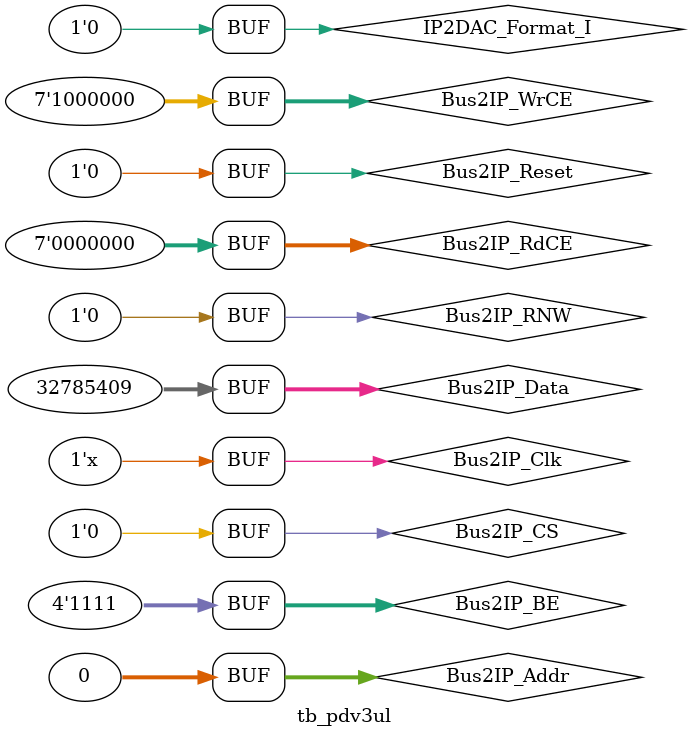
<source format=v>
`timescale 1ns / 1ps


module tb_pdv3ul;

	// Inputs
	reg IP2DAC_Format_I;
	reg Bus2IP_Clk;
	reg Bus2IP_Reset;
	reg [0:31] Bus2IP_Addr;
	reg [0:0] Bus2IP_CS;
	reg Bus2IP_RNW;
	reg [0:31] Bus2IP_Data;
	reg [0:3] Bus2IP_BE;
	reg [0:6] Bus2IP_RdCE;
	reg [0:6] Bus2IP_WrCE;

	// Outputs
	wire [0:9] IP2DAC_Data;
	wire IP2DAC_DCLKIO;
	wire IP2DAC_Clkout;
	wire IP2DAC_PinMD;
	wire IP2DAC_ClkMD;
	wire IP2DAC_Format_O;
	wire IP2DAC_Format_T;
	wire IP2DAC_PWRDN;
	wire IP2DAC_OpEnI;
	wire IP2DAC_OpEnQ;
	wire [0:31] IP2Bus_Data;
	wire IP2Bus_RdAck;
	wire IP2Bus_WrAck;
	wire IP2Bus_Error;

	// Instantiate the Unit Under Test (UUT)
	user_logic uut (
		.IP2DAC_Data(IP2DAC_Data), 
		.IP2DAC_DCLKIO(IP2DAC_DCLKIO), 
		.IP2DAC_Clkout(IP2DAC_Clkout), 
		.IP2DAC_PinMD(IP2DAC_PinMD), 
		.IP2DAC_ClkMD(IP2DAC_ClkMD), 
		.IP2DAC_Format_I(IP2DAC_Format_I), 
		.IP2DAC_Format_O(IP2DAC_Format_O), 
		.IP2DAC_Format_T(IP2DAC_Format_T), 
		.IP2DAC_PWRDN(IP2DAC_PWRDN), 
		.IP2DAC_OpEnI(IP2DAC_OpEnI), 
		.IP2DAC_OpEnQ(IP2DAC_OpEnQ), 
		.Bus2IP_Clk(Bus2IP_Clk), 
		.Bus2IP_Reset(Bus2IP_Reset), 
		.Bus2IP_Addr(Bus2IP_Addr), 
		.Bus2IP_CS(Bus2IP_CS), 
		.Bus2IP_RNW(Bus2IP_RNW), 
		.Bus2IP_Data(Bus2IP_Data), 
		.Bus2IP_BE(Bus2IP_BE), 
		.Bus2IP_RdCE(Bus2IP_RdCE), 
		.Bus2IP_WrCE(Bus2IP_WrCE), 
		.IP2Bus_Data(IP2Bus_Data), 
		.IP2Bus_RdAck(IP2Bus_RdAck), 
		.IP2Bus_WrAck(IP2Bus_WrAck), 
		.IP2Bus_Error(IP2Bus_Error)
	);

	initial begin
		// Initialize Inputs
		IP2DAC_Format_I = 0;
		Bus2IP_Clk = 0;
		Bus2IP_Reset = 1;
		Bus2IP_Addr = 0;
		Bus2IP_CS = 0;
		Bus2IP_RNW = 0;
		Bus2IP_Data = 0;
		Bus2IP_BE = 0;
		Bus2IP_RdCE = 0;
		Bus2IP_WrCE = 0;

		// Wait 100 ns for global reset to finish
		#100;
        Bus2IP_Reset = 0;
        
		// Add stimulus here

		Bus2IP_BE = 4'b1111;

		#200;
		Bus2IP_WrCE = 7'b1000000;
		Bus2IP_Data = 32'h01f4_4401;

		/*Bus2IP_WrCE = 7'b1000000;
		Bus2IP_Data = 32'h0000_0001;

		#200;
		Bus2IP_WrCE = 7'b0100000;
		Bus2IP_Data = 32'h0000_1234;

		#200;
		Bus2IP_WrCE = 7'b0010000;
		Bus2IP_Data = 32'h0000_0123;

		#200;
		Bus2IP_WrCE = 7'b0010000;
		Bus2IP_Data = 32'h0000_0000;

		#200;
		Bus2IP_WrCE = 7'b0100000;
		Bus2IP_Data = 32'h0000_0000;

		#200;
		Bus2IP_WrCE = 7'b1000000;
		Bus2IP_Data = 32'h0032_0011;

		#10240;
		Bus2IP_WrCE = 7'b1000000;
		Bus2IP_Data = 32'h0032_0021;		

		#10240;
		Bus2IP_WrCE = 7'b1000000;
		Bus2IP_Data = 32'h0032_0031;

		#10240;
		Bus2IP_WrCE = 7'b1000000;
		Bus2IP_Data = 32'h0032_0041;

		#10240;
		Bus2IP_WrCE = 7'b1000000;
		Bus2IP_Data = 32'h0032_0081;

		#10240;
		Bus2IP_WrCE = 7'b1000000;
		Bus2IP_Data = 32'h0032_00C1;

		#10240;
		Bus2IP_WrCE = 7'b1000000;
		Bus2IP_Data = 32'h0064_0021;

		#10240;
		Bus2IP_WrCE = 7'b1000000;
		Bus2IP_Data = 32'h00C8_0021;*/

	end

	always @(Bus2IP_Clk)
		#5 Bus2IP_Clk <= ~Bus2IP_Clk;

endmodule


</source>
